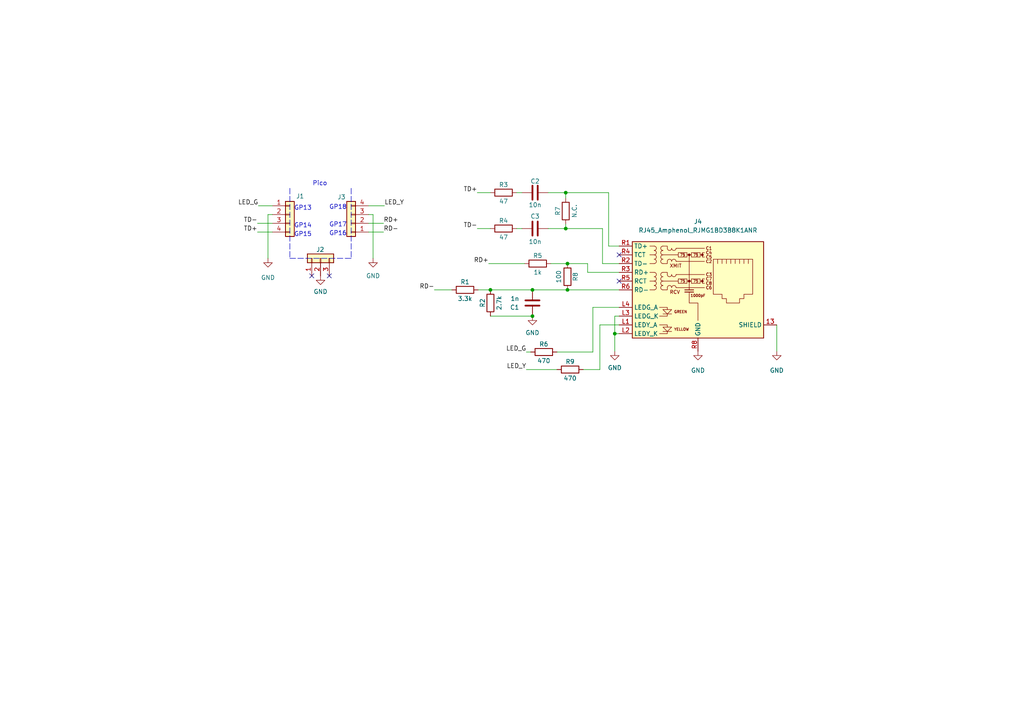
<source format=kicad_sch>
(kicad_sch (version 20211123) (generator eeschema)
  (paper "A4")
  (title_block (title "Pico_RJ45_Sock") (date "2023-01-09") (rev "0.1") (company "kingyoPiyo") (comment 1 "https://github.com/kingyoPiyo/Pico-RJ45-Sock"))
  (lib_symbols
    (symbol "Connector:RJ45_Amphenol_RJMG1BD3B8K1ANR"
      (property "Reference" "J" (at 19.05 15.24 0))
      (property "Value" "RJ45_Amphenol_RJMG1BD3B8K1ANR" (at -19.05 15.24 0))
      (symbol "RJ45_Amphenol_RJMG1BD3B8K1ANR_0_0"
        (circle (center -2.54 2.54) (radius 0.254) (stroke (width 0.254)) (fill (type outline)))
        (circle (center -2.54 10.16) (radius 0.254) (stroke (width 0.254)) (fill (type outline)))
        (polyline (pts (xy -7.62 -12.065) (xy -10.16 -12.065)))
        (polyline (pts (xy -7.62 -6.985) (xy -10.16 -6.985)))
        (polyline (pts (xy -2.54 10.16) (xy -2.54 0)))
        (polyline (pts (xy -1.27 -0.635) (xy -3.81 -0.635)) (stroke (width 0.254)))
        (polyline (pts (xy -1.27 0) (xy -3.81 0)) (stroke (width 0.254)))
        (polyline (pts (xy 1.27 2.54) (xy 0.635 2.54)))
        (polyline (pts (xy 1.27 10.16) (xy 0.635 10.16)))
        (polyline (pts (xy -11.176 -12.7) (xy -8.89 -12.7) (xy -8.89 -12.065)))
        (polyline (pts (xy -11.176 -10.16) (xy -8.89 -10.16) (xy -8.89 -10.795)))
        (polyline (pts (xy -11.176 -5.08) (xy -8.89 -5.08) (xy -8.89 -5.715)))
        (polyline (pts (xy -8.89 -6.985) (xy -8.89 -7.62) (xy -11.176 -7.62)))
        (polyline (pts (xy -10.16 -5.715) (xy -7.62 -5.715) (xy -8.89 -6.985) (xy -10.16 -5.715)))
        (polyline (pts (xy -7.62 -10.795) (xy -10.16 -10.795) (xy -8.89 -12.065) (xy -7.62 -10.795)))
        (polyline (pts (xy -2.54 -0.635) (xy -2.54 -3.81) (xy 0 -3.81) (xy 0 -8.89)))
        (polyline (pts (xy 1.905 3.175) (xy 1.27 3.175) (xy 1.27 1.905) (xy 1.905 1.905)))
        (polyline (pts (xy 1.905 10.795) (xy 1.27 10.795) (xy 1.27 9.525) (xy 1.905 9.525)))
        (circle (center 1.27 2.54) (radius 0.254) (stroke (width 0.254)) (fill (type outline)))
        (circle (center 1.27 10.16) (radius 0.254) (stroke (width 0.254)) (fill (type outline)))
        (text "1000pF" (at 0 -1.651 0) (effects (font (size 0.762 0.762))))
        (text "75" (at -4.445 2.54 0) (effects (font (size 0.762 0.762))))
        (text "75" (at -4.445 10.16 0) (effects (font (size 0.762 0.762))))
        (text "75" (at -0.635 2.54 0) (effects (font (size 0.762 0.762))))
        (text "75" (at -0.635 10.16 0) (effects (font (size 0.762 0.762))))
        (text "C1" (at 3.175 12.065 0) (effects (font (size 0.889 0.889))))
        (text "C2" (at 3.175 8.255 0) (effects (font (size 0.889 0.889))))
        (text "C3" (at 3.175 4.445 0) (effects (font (size 0.889 0.889))))
        (text "C4" (at 3.175 10.795 0) (effects (font (size 0.889 0.889))))
        (text "C5" (at 3.175 9.525 0) (effects (font (size 0.889 0.889))))
        (text "C6" (at 3.175 0.635 0) (effects (font (size 0.889 0.889))))
        (text "C7" (at 3.175 3.175 0) (effects (font (size 0.889 0.889))))
        (text "C8" (at 3.175 1.905 0) (effects (font (size 0.889 0.889))))
        (text "GREEN" (at -6.985 -6.35 0) (effects (font (size 0.762 0.762)) (justify left)))
        (text "RCV" (at -8.255 -0.635 0) (effects (font (size 1.016 1.016)) (justify left)))
        (text "XMIT" (at -8.255 6.985 0) (effects (font (size 1.016 1.016)) (justify left)))
        (text "YELLOW" (at -6.985 -11.43 0) (effects (font (size 0.762 0.762)) (justify left)))
      )
      (symbol "RJ45_Amphenol_RJMG1BD3B8K1ANR_0_1"
        (rectangle (start -19.05 -13.97) (end 19.05 13.97) (stroke (width 0.254)) (fill (type background)))
        (arc (start -12.7 0) (mid -12.065 0.635) (end -12.7 1.27))
        (arc (start -12.7 1.27) (mid -12.065 1.905) (end -12.7 2.54))
        (arc (start -12.7 2.54) (mid -12.065 3.175) (end -12.7 3.81))
        (arc (start -12.7 3.81) (mid -12.065 4.445) (end -12.7 5.08))
        (arc (start -12.7 7.62) (mid -12.065 8.255) (end -12.7 8.89))
        (arc (start -12.7 8.89) (mid -12.065 9.525) (end -12.7 10.16))
        (arc (start -12.7 10.16) (mid -12.065 10.795) (end -12.7 11.43))
        (arc (start -12.7 11.43) (mid -12.065 12.065) (end -12.7 12.7))
        (arc (start -10.16 1.27) (mid -10.795 0.635) (end -10.16 0))
        (arc (start -10.16 2.54) (mid -10.795 1.905) (end -10.16 1.27))
        (arc (start -10.16 3.81) (mid -10.795 3.175) (end -10.16 2.54))
        (arc (start -10.16 5.08) (mid -10.795 4.445) (end -10.16 3.81))
        (arc (start -10.16 8.89) (mid -10.795 8.255) (end -10.16 7.62))
        (arc (start -10.16 10.16) (mid -10.795 9.525) (end -10.16 8.89))
        (arc (start -10.16 11.43) (mid -10.795 10.795) (end -10.16 10.16))
        (arc (start -10.16 12.7) (mid -10.795 12.065) (end -10.16 11.43))
        (arc (start -8.89 4.445) (mid -8.255 3.81) (end -7.62 4.445))
        (arc (start -8.89 12.065) (mid -8.255 11.43) (end -7.62 12.065))
        (arc (start -7.62 0.635) (mid -8.255 1.27) (end -8.89 0.635))
        (arc (start -7.62 4.445) (mid -6.985 3.81) (end -6.35 4.445))
        (arc (start -7.62 8.255) (mid -8.255 8.89) (end -8.89 8.255))
        (arc (start -7.62 12.065) (mid -6.985 11.43) (end -6.35 12.065))
        (arc (start -6.35 0.635) (mid -6.985 1.27) (end -7.62 0.635))
        (arc (start -6.35 8.255) (mid -6.985 8.89) (end -7.62 8.255))
        (rectangle (start -5.715 3.175) (end -3.175 1.905))
        (rectangle (start -5.715 10.795) (end -3.175 9.525))
        (rectangle (start -1.905 3.175) (end 0.635 1.905))
        (rectangle (start -1.905 10.795) (end 0.635 9.525))
        (polyline (pts (xy -12.7 0) (xy -13.97 0)))
        (polyline (pts (xy -12.7 2.54) (xy -13.97 2.54)))
        (polyline (pts (xy -12.7 5.08) (xy -13.97 5.08)))
        (polyline (pts (xy -12.7 7.62) (xy -13.97 7.62)))
        (polyline (pts (xy -12.7 10.16) (xy -13.97 10.16)))
        (polyline (pts (xy -12.7 12.7) (xy -13.97 12.7)))
        (polyline (pts (xy -6.35 0.635) (xy 1.905 0.635)))
        (polyline (pts (xy -6.35 4.445) (xy 1.905 4.445)))
        (polyline (pts (xy -6.35 8.255) (xy 1.905 8.255)))
        (polyline (pts (xy -6.35 12.065) (xy 1.905 12.065)))
        (polyline (pts (xy -5.715 2.54) (xy -10.16 2.54)))
        (polyline (pts (xy -5.715 10.16) (xy -10.16 10.16)))
        (polyline (pts (xy -3.175 2.54) (xy -1.905 2.54)))
        (polyline (pts (xy -3.175 10.16) (xy -1.905 10.16)))
        (polyline (pts (xy 5.715 7.62) (xy 5.715 8.89)))
        (polyline (pts (xy 6.985 8.89) (xy 6.985 7.62)))
        (polyline (pts (xy 8.255 8.89) (xy 8.255 7.62)))
        (polyline (pts (xy 9.525 8.89) (xy 9.525 7.62)))
        (polyline (pts (xy 10.795 8.89) (xy 10.795 7.62)))
        (polyline (pts (xy 12.065 8.89) (xy 12.065 7.62)))
        (polyline (pts (xy 13.335 7.62) (xy 13.335 8.89)))
        (polyline (pts (xy 14.605 7.62) (xy 14.605 8.89)))
        (polyline (pts (xy -10.16 5.08) (xy -8.89 5.08) (xy -8.89 4.445)))
        (polyline (pts (xy -10.16 12.7) (xy -8.89 12.7) (xy -8.89 12.065)))
        (polyline (pts (xy -8.89 0.635) (xy -8.89 0) (xy -10.16 0)))
        (polyline (pts (xy -8.89 8.255) (xy -8.89 7.62) (xy -10.16 7.62)))
        (polyline (pts (xy 4.445 8.89) (xy 15.875 8.89) (xy 15.875 -1.27) (xy 13.335 -1.27) (xy 13.335 -2.54) (xy 12.065 -2.54) (xy 12.065 -3.81) (xy 8.255 -3.81) (xy 8.255 -2.54) (xy 6.985 -2.54) (xy 6.985 -1.27) (xy 4.445 -1.27) (xy 4.445 8.89)))
      )
      (symbol "RJ45_Amphenol_RJMG1BD3B8K1ANR_1_1"
        (pin passive line (at 22.86 -10.16 180) (length 3.81) (name "SHIELD") (number "13"))
        (pin passive line (at -22.86 -10.16 0) (length 3.81) (name "LEDY_A") (number "L1"))
        (pin passive line (at -22.86 -12.7 0) (length 3.81) (name "LEDY_K") (number "L2"))
        (pin passive line (at -22.86 -7.62 0) (length 3.81) (name "LEDG_K") (number "L3"))
        (pin passive line (at -22.86 -5.08 0) (length 3.81) (name "LEDG_A") (number "L4"))
        (pin passive line (at -22.86 12.7 0) (length 3.81) (name "TD+") (number "R1"))
        (pin passive line (at -22.86 7.62 0) (length 3.81) (name "TD-") (number "R2"))
        (pin passive line (at -22.86 5.08 0) (length 3.81) (name "RD+") (number "R3"))
        (pin passive line (at -22.86 10.16 0) (length 3.81) (name "TCT") (number "R4"))
        (pin passive line (at -22.86 2.54 0) (length 3.81) (name "RCT") (number "R5"))
        (pin passive line (at -22.86 0 0) (length 3.81) (name "RD-") (number "R6"))
        (pin no_connect line (at 5.08 -5.08 0) (length 0) hide (name "NC") (number "R7"))
        (pin power_in line (at 0 -17.78 90) (length 3.81) (name "GND") (number "R8"))
      )
    )
    (symbol "Connector_Generic:Conn_01x03" (pin_names (offset 1.016) hide)
      (property "Reference" "J" (at 0 5.08 0))
      (property "Value" "Conn_01x03" (at 0 -5.08 0))
      (symbol "Conn_01x03_1_1"
        (rectangle (start -1.27 -2.413) (end 0 -2.667) (stroke (width 0.1524)))
        (rectangle (start -1.27 0.127) (end 0 -0.127) (stroke (width 0.1524)))
        (rectangle (start -1.27 2.667) (end 0 2.413) (stroke (width 0.1524)))
        (rectangle (start -1.27 3.81) (end 1.27 -3.81) (stroke (width 0.254)) (fill (type background)))
        (pin passive line (at -5.08 2.54 0) (length 3.81) (name "Pin_1") (number "1"))
        (pin passive line (at -5.08 0 0) (length 3.81) (name "Pin_2") (number "2"))
        (pin passive line (at -5.08 -2.54 0) (length 3.81) (name "Pin_3") (number "3"))
      )
    )
    (symbol "Connector_Generic:Conn_01x04" (pin_names (offset 1.016) hide)
      (property "Reference" "J" (at 0 5.08 0))
      (property "Value" "Conn_01x04" (at 0 -7.62 0))
      (symbol "Conn_01x04_1_1"
        (rectangle (start -1.27 -4.953) (end 0 -5.207) (stroke (width 0.1524)))
        (rectangle (start -1.27 -2.413) (end 0 -2.667) (stroke (width 0.1524)))
        (rectangle (start -1.27 0.127) (end 0 -0.127) (stroke (width 0.1524)))
        (rectangle (start -1.27 2.667) (end 0 2.413) (stroke (width 0.1524)))
        (rectangle (start -1.27 3.81) (end 1.27 -6.35) (stroke (width 0.254)) (fill (type background)))
        (pin passive line (at -5.08 2.54 0) (length 3.81) (name "Pin_1") (number "1"))
        (pin passive line (at -5.08 0 0) (length 3.81) (name "Pin_2") (number "2"))
        (pin passive line (at -5.08 -2.54 0) (length 3.81) (name "Pin_3") (number "3"))
        (pin passive line (at -5.08 -5.08 0) (length 3.81) (name "Pin_4") (number "4"))
      )
    )
    (symbol "Device:C" (pin_numbers hide) (pin_names (offset 0.254))
      (property "Reference" "C" (at 0.635 2.54 0))
      (property "Value" "C" (at 0.635 -2.54 0))
      (symbol "C_0_1"
        (polyline (pts (xy -2.032 -0.762) (xy 2.032 -0.762)) (stroke (width 0.508)))
        (polyline (pts (xy -2.032 0.762) (xy 2.032 0.762)) (stroke (width 0.508)))
      )
      (symbol "C_1_1"
        (pin passive line (at 0 3.81 270) (length 2.794) (name "~") (number "1"))
        (pin passive line (at 0 -3.81 90) (length 2.794) (name "~") (number "2"))
      )
    )
    (symbol "Device:R" (pin_numbers hide) (pin_names (offset 0))
      (property "Reference" "R" (at 2.032 0 90))
      (property "Value" "R" (at 0 0 90))
      (symbol "R_0_1"
        (rectangle (start -1.016 -2.54) (end 1.016 2.54) (stroke (width 0.254)))
      )
      (symbol "R_1_1"
        (pin passive line (at 0 3.81 270) (length 1.27) (name "~") (number "1"))
        (pin passive line (at 0 -3.81 90) (length 1.27) (name "~") (number "2"))
      )
    )
    (symbol "power:GND" (power) (pin_names (offset 0))
      (property "Value" "GND" (at 0 -3.81 0))
      (symbol "GND_0_1"
        (polyline (pts (xy 0 0) (xy 0 -1.27) (xy 1.27 -1.27) (xy 0 -2.54) (xy -1.27 -1.27) (xy 0 -1.27)))
      )
      (symbol "GND_1_1"
        (pin power_in line (at 0 0 270) (length 0) hide (name "GND") (number "1"))
      )
    )
  )
  (junction (at 164.592 76.454))
  (junction (at 164.592 84.074))
  (junction (at 164.084 55.88))
  (junction (at 142.24 84.074))
  (junction (at 178.308 96.774))
  (junction (at 154.432 91.694))
  (junction (at 154.432 84.074))
  (junction (at 164.084 66.294))
  (no_connect (at 179.578 73.914))
  (no_connect (at 179.578 81.534))
  (no_connect (at 95.504 80.01))
  (no_connect (at 90.424 80.01))
  (wire (pts (xy 108.204 62.23) (xy 108.204 74.93)))
  (polyline (pts (xy 100.584 74.93) (xy 101.854 74.93)))
  (wire (pts (xy 176.53 71.374) (xy 179.578 71.374)))
  (wire (pts (xy 142.24 91.694) (xy 154.432 91.694)))
  (wire (pts (xy 161.544 102.108) (xy 171.958 102.108)))
  (wire (pts (xy 74.676 67.31) (xy 78.994 67.31)))
  (wire (pts (xy 179.578 94.234) (xy 173.99 94.234)))
  (wire (pts (xy 141.732 76.454) (xy 152.146 76.454)))
  (wire (pts (xy 178.308 96.774) (xy 179.578 96.774)))
  (wire (pts (xy 170.434 78.994) (xy 170.434 76.454)))
  (wire (pts (xy 171.958 89.154) (xy 179.578 89.154)))
  (wire (pts (xy 154.432 84.074) (xy 164.592 84.074)))
  (wire (pts (xy 106.934 62.23) (xy 108.204 62.23)))
  (wire (pts (xy 125.984 84.074) (xy 131.064 84.074)))
  (wire (pts (xy 159.004 55.88) (xy 164.084 55.88)))
  (wire (pts (xy 178.308 101.854) (xy 178.308 96.774)))
  (wire (pts (xy 174.752 76.454) (xy 179.578 76.454)))
  (wire (pts (xy 159.766 76.454) (xy 164.592 76.454)))
  (wire (pts (xy 176.53 55.88) (xy 176.53 71.374)))
  (wire (pts (xy 152.654 107.188) (xy 161.544 107.188)))
  (wire (pts (xy 106.934 67.31) (xy 111.252 67.31)))
  (polyline (pts (xy 84.074 54.61) (xy 84.074 74.93)))
  (wire (pts (xy 152.654 102.108) (xy 153.924 102.108)))
  (wire (pts (xy 138.43 55.88) (xy 142.24 55.88)))
  (wire (pts (xy 164.592 84.074) (xy 179.578 84.074)))
  (wire (pts (xy 142.24 84.074) (xy 154.432 84.074)))
  (wire (pts (xy 149.86 55.88) (xy 151.384 55.88)))
  (wire (pts (xy 78.994 62.23) (xy 77.724 62.23)))
  (wire (pts (xy 164.084 55.88) (xy 176.53 55.88)))
  (wire (pts (xy 164.592 76.454) (xy 170.434 76.454)))
  (polyline (pts (xy 84.074 74.93) (xy 100.584 74.93)))
  (wire (pts (xy 178.308 91.694) (xy 179.578 91.694)))
  (wire (pts (xy 178.308 96.774) (xy 178.308 91.694)))
  (wire (pts (xy 179.578 78.994) (xy 170.434 78.994)))
  (wire (pts (xy 174.752 66.294) (xy 174.752 76.454)))
  (wire (pts (xy 106.934 59.69) (xy 111.506 59.69)))
  (wire (pts (xy 149.86 66.294) (xy 151.384 66.294)))
  (wire (pts (xy 171.958 102.108) (xy 171.958 89.154)))
  (wire (pts (xy 159.004 66.294) (xy 164.084 66.294)))
  (wire (pts (xy 225.298 94.234) (xy 225.298 101.854)))
  (wire (pts (xy 74.93 59.69) (xy 78.994 59.69)))
  (wire (pts (xy 74.676 64.77) (xy 78.994 64.77)))
  (wire (pts (xy 164.084 65.024) (xy 164.084 66.294)))
  (wire (pts (xy 164.084 66.294) (xy 174.752 66.294)))
  (wire (pts (xy 77.724 62.23) (xy 77.724 74.93)))
  (wire (pts (xy 106.934 64.77) (xy 111.252 64.77)))
  (wire (pts (xy 164.084 55.88) (xy 164.084 57.404)))
  (wire (pts (xy 138.43 66.294) (xy 142.24 66.294)))
  (wire (pts (xy 173.99 107.188) (xy 169.164 107.188)))
  (polyline (pts (xy 101.854 54.61) (xy 101.854 74.93)))
  (wire (pts (xy 173.99 94.234) (xy 173.99 107.188)))
  (wire (pts (xy 138.684 84.074) (xy 142.24 84.074)))
  (text "GP13" (at 85.2932 61.1632 0) (effects (font (size 1.27 1.27)) (justify left bottom)))
  (text "GP17" (at 95.4532 65.9892 0) (effects (font (size 1.27 1.27)) (justify left bottom)))
  (text "GP16" (at 95.4532 68.5292 0) (effects (font (size 1.27 1.27)) (justify left bottom)))
  (text "GP15" (at 85.2932 68.7832 0) (effects (font (size 1.27 1.27)) (justify left bottom)))
  (text "Pico" (at 90.6272 54.0512 0) (effects (font (size 1.27 1.27)) (justify left bottom)))
  (text "GP14" (at 85.2932 66.2432 0) (effects (font (size 1.27 1.27)) (justify left bottom)))
  (text "GP18" (at 95.4532 60.9092 0) (effects (font (size 1.27 1.27)) (justify left bottom)))
  (label "TD-" (at 74.676 64.77 180))
  (label "RD+" (at 141.732 76.454 180))
  (label "LED_Y" (at 152.654 107.188 180))
  (label "RD-" (at 111.252 67.31 0))
  (label "TD+" (at 74.676 67.31 180))
  (label "LED_Y" (at 111.506 59.69 0))
  (label "LED_G" (at 152.654 102.108 180))
  (label "TD+" (at 138.43 55.88 180))
  (label "LED_G" (at 74.93 59.69 180))
  (label "RD+" (at 111.252 64.77 0))
  (label "RD-" (at 125.984 84.074 180))
  (label "TD-" (at 138.43 66.294 180))
  (symbol (lib_id "Device:R") (at 165.354 107.188 90) (unit 1)
    (property "Reference" "R9" (at 165.354 104.902 90))
    (property "Value" "470" (at 165.354 109.728 90))
    (property "Footprint" "Resistor_SMD:R_0603_1608Metric" (effects hide))
  )
  (symbol (lib_id "Device:R") (at 134.874 84.074 90) (unit 1)
    (property "Reference" "R1" (at 134.874 81.788 90))
    (property "Value" "3.3k" (at 134.874 86.614 90))
    (property "Footprint" "Resistor_SMD:R_0603_1608Metric" (effects hide))
  )
  (symbol (lib_id "power:GND") (at 202.438 101.854 0) (unit 1)
    (property "Reference" "#PWR06" (effects hide))
    (property "Value" "GND" (at 202.438 107.442 0))
  )
  (symbol (lib_id "Device:C") (at 154.432 87.884 180) (unit 1)
    (property "Reference" "C1" (at 150.622 89.1541 0) (effects (justify left)))
    (property "Value" "1n" (at 150.622 86.6141 0) (effects (justify left)))
    (property "Footprint" "Capacitor_SMD:C_0603_1608Metric" (effects hide))
  )
  (symbol (lib_id "power:GND") (at 225.298 101.854 0) (unit 1)
    (property "Reference" "#PWR07" (effects hide))
    (property "Value" "GND" (at 225.298 107.442 0))
  )
  (symbol (lib_id "power:GND") (at 92.964 80.01 0) (unit 1)
    (property "Reference" "#PWR02" (effects hide))
    (property "Value" "GND" (at 92.964 84.582 0))
  )
  (symbol (lib_id "power:GND") (at 108.204 74.93 0) (unit 1)
    (property "Reference" "#PWR03" (effects hide))
    (property "Value" "GND" (at 108.204 80.01 0))
  )
  (symbol (lib_id "Device:R") (at 146.05 66.294 90) (unit 1)
    (property "Reference" "R4" (at 146.05 64.008 90))
    (property "Value" "47" (at 146.05 68.834 90))
    (property "Footprint" "Resistor_SMD:R_0603_1608Metric" (effects hide))
  )
  (symbol (lib_id "Device:R") (at 157.734 102.108 90) (unit 1)
    (property "Reference" "R6" (at 157.734 99.822 90))
    (property "Value" "470" (at 157.734 104.648 90))
    (property "Footprint" "Resistor_SMD:R_0603_1608Metric" (effects hide))
  )
  (symbol (lib_id "Device:R") (at 164.592 80.264 0) (unit 1)
    (property "Reference" "R8" (at 166.878 80.264 90))
    (property "Value" "100" (at 162.052 80.264 90))
    (property "Footprint" "Resistor_SMD:R_0603_1608Metric" (effects hide))
  )
  (symbol (lib_id "Device:R") (at 164.084 61.214 180) (unit 1)
    (property "Reference" "R7" (at 161.798 61.214 90))
    (property "Value" "N.C." (at 166.624 61.214 90))
    (property "Footprint" "Resistor_SMD:R_0603_1608Metric" (effects hide))
  )
  (symbol (lib_id "Device:R") (at 155.956 76.454 90) (unit 1)
    (property "Reference" "R5" (at 155.956 74.168 90))
    (property "Value" "1k" (at 155.956 78.994 90))
    (property "Footprint" "Resistor_SMD:R_0603_1608Metric" (effects hide))
  )
  (symbol (lib_id "Device:R") (at 146.05 55.88 90) (unit 1)
    (property "Reference" "R3" (at 146.05 53.594 90))
    (property "Value" "47" (at 146.05 58.42 90))
    (property "Footprint" "Resistor_SMD:R_0603_1608Metric" (effects hide))
  )
  (symbol (lib_id "Connector:RJ45_Amphenol_RJMG1BD3B8K1ANR") (at 202.438 84.074 0) (unit 1)
    (property "Reference" "J4" (at 202.438 64.262 0))
    (property "Value" "RJ45_Amphenol_RJMG1BD3B8K1ANR" (at 202.438 66.802 0))
    (property "Footprint" "Connector_RJ:RJ45_Amphenol_RJMG1BD3B8K1ANR" (effects hide))
    (property "Datasheet" "https://www.amphenolcanada.com/ProductSearch/Drawings/AC/RJMG1BD3B8K1ANR.PDF" (effects hide))
  )
  (symbol (lib_id "Connector_Generic:Conn_01x03") (at 92.964 74.93 90) (unit 1)
    (property "Reference" "J2" (at 91.694 72.39 90) (effects (justify right)))
    (property "Value" "Conn_01x03" (effects hide))
    (property "Footprint" "rj45-sock:castellated_2.54mm_smd_x3" (effects hide))
  )
  (symbol (lib_id "Device:C") (at 155.194 66.294 270) (unit 1)
    (property "Reference" "C3" (at 155.194 62.738 90))
    (property "Value" "10n" (at 155.194 70.104 90))
    (property "Footprint" "Capacitor_SMD:C_0603_1608Metric" (effects hide))
  )
  (symbol (lib_id "Connector_Generic:Conn_01x04") (at 84.074 62.23 0) (unit 1)
    (property "Reference" "J1" (at 85.852 56.896 0) (effects (justify left)))
    (property "Value" "Conn_01x04" (effects hide))
    (property "Footprint" "rj45-sock:castellated_2.54mm_smd_x4" (effects hide))
  )
  (symbol (lib_id "power:GND") (at 77.724 74.93 0) (unit 1)
    (property "Reference" "#PWR01" (effects hide))
    (property "Value" "GND" (at 77.724 80.518 0))
  )
  (symbol (lib_id "Device:C") (at 155.194 55.88 270) (unit 1)
    (property "Reference" "C2" (at 155.194 52.578 90))
    (property "Value" "10n" (at 155.194 59.436 90))
    (property "Footprint" "Capacitor_SMD:C_0603_1608Metric" (effects hide))
  )
  (symbol (lib_id "Device:R") (at 142.24 87.884 180) (unit 1)
    (property "Reference" "R2" (at 139.954 87.884 90))
    (property "Value" "2.7k" (at 144.78 87.884 90))
    (property "Footprint" "Resistor_SMD:R_0603_1608Metric" (effects hide))
  )
  (symbol (lib_id "Connector_Generic:Conn_01x04") (at 101.854 64.77 180) (unit 1)
    (property "Reference" "J3" (at 99.06 57.15 0))
    (property "Value" "Conn_01x04" (effects hide))
    (property "Footprint" "rj45-sock:castellated_2.54mm_smd_x4" (effects hide))
  )
  (symbol (lib_id "power:GND") (at 178.308 101.854 0) (unit 1)
    (property "Reference" "#PWR05" (effects hide))
    (property "Value" "GND" (at 178.308 106.68 0))
  )
  (symbol (lib_id "power:GND") (at 154.432 91.694 0) (unit 1)
    (property "Reference" "#PWR04" (effects hide))
    (property "Value" "GND" (at 154.432 96.52 0))
  )
)
</source>
